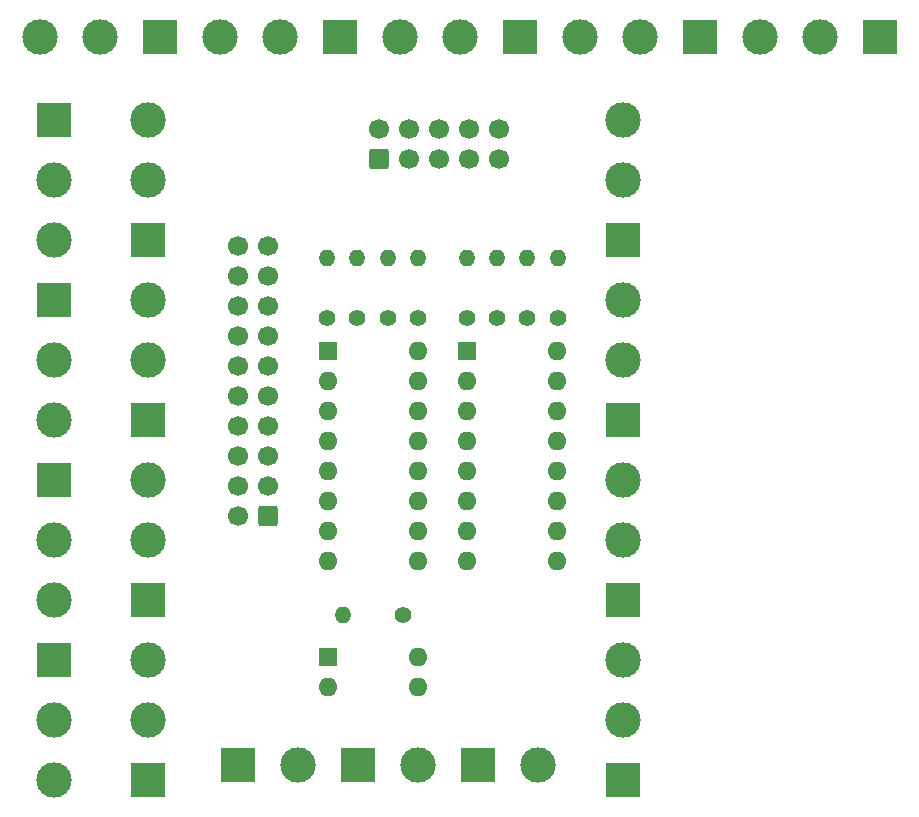
<source format=gbr>
%TF.GenerationSoftware,KiCad,Pcbnew,7.0.6-0*%
%TF.CreationDate,2023-07-29T14:48:15+08:00*%
%TF.ProjectId,Control Panel Motherboard,436f6e74-726f-46c2-9050-616e656c204d,0*%
%TF.SameCoordinates,Original*%
%TF.FileFunction,Soldermask,Bot*%
%TF.FilePolarity,Negative*%
%FSLAX46Y46*%
G04 Gerber Fmt 4.6, Leading zero omitted, Abs format (unit mm)*
G04 Created by KiCad (PCBNEW 7.0.6-0) date 2023-07-29 14:48:15*
%MOMM*%
%LPD*%
G01*
G04 APERTURE LIST*
G04 Aperture macros list*
%AMRoundRect*
0 Rectangle with rounded corners*
0 $1 Rounding radius*
0 $2 $3 $4 $5 $6 $7 $8 $9 X,Y pos of 4 corners*
0 Add a 4 corners polygon primitive as box body*
4,1,4,$2,$3,$4,$5,$6,$7,$8,$9,$2,$3,0*
0 Add four circle primitives for the rounded corners*
1,1,$1+$1,$2,$3*
1,1,$1+$1,$4,$5*
1,1,$1+$1,$6,$7*
1,1,$1+$1,$8,$9*
0 Add four rect primitives between the rounded corners*
20,1,$1+$1,$2,$3,$4,$5,0*
20,1,$1+$1,$4,$5,$6,$7,0*
20,1,$1+$1,$6,$7,$8,$9,0*
20,1,$1+$1,$8,$9,$2,$3,0*%
G04 Aperture macros list end*
%ADD10R,1.600000X1.600000*%
%ADD11O,1.600000X1.600000*%
%ADD12C,1.400000*%
%ADD13O,1.400000X1.400000*%
%ADD14R,3.000000X3.000000*%
%ADD15C,3.000000*%
%ADD16RoundRect,0.250000X0.600000X-0.600000X0.600000X0.600000X-0.600000X0.600000X-0.600000X-0.600000X0*%
%ADD17C,1.700000*%
%ADD18RoundRect,0.250000X0.600000X0.600000X-0.600000X0.600000X-0.600000X-0.600000X0.600000X-0.600000X0*%
G04 APERTURE END LIST*
D10*
%TO.C,U4*%
X28702000Y-56891000D03*
D11*
X28702000Y-59431000D03*
X36322000Y-59431000D03*
X36322000Y-56891000D03*
%TD*%
D12*
%TO.C,R9*%
X35052000Y-53340000D03*
D13*
X29972000Y-53340000D03*
%TD*%
D14*
%TO.C,J23*%
X31242000Y-66040000D03*
D15*
X36322000Y-66040000D03*
%TD*%
D14*
%TO.C,J5*%
X21082000Y-66040000D03*
D15*
X26162000Y-66040000D03*
%TD*%
D14*
%TO.C,J16*%
X75438000Y-4445000D03*
D15*
X70358000Y-4445000D03*
X65278000Y-4445000D03*
%TD*%
D12*
%TO.C,R8*%
X28652000Y-28194000D03*
D13*
X28652000Y-23114000D03*
%TD*%
D16*
%TO.C,J21*%
X33020000Y-14732000D03*
D17*
X33020000Y-12192000D03*
X35560000Y-14732000D03*
X35560000Y-12192000D03*
X38100000Y-14732000D03*
X38100000Y-12192000D03*
X40640000Y-14732000D03*
X40640000Y-12192000D03*
X43180000Y-14732000D03*
X43180000Y-12192000D03*
%TD*%
D14*
%TO.C,J2*%
X5548858Y-26669234D03*
D15*
X5548858Y-31749234D03*
X5548858Y-36829234D03*
%TD*%
D14*
%TO.C,J8*%
X13462000Y-52070000D03*
D15*
X13462000Y-46990000D03*
X13462000Y-41910000D03*
%TD*%
D12*
%TO.C,R2*%
X45617332Y-28194000D03*
D13*
X45617332Y-23114000D03*
%TD*%
D10*
%TO.C,U1*%
X40534000Y-31003000D03*
D11*
X40534000Y-33543000D03*
X40534000Y-36083000D03*
X40534000Y-38623000D03*
X40534000Y-41163000D03*
X40534000Y-43703000D03*
X40534000Y-46243000D03*
X40534000Y-48783000D03*
X48154000Y-48783000D03*
X48154000Y-46243000D03*
X48154000Y-43703000D03*
X48154000Y-41163000D03*
X48154000Y-38623000D03*
X48154000Y-36083000D03*
X48154000Y-33543000D03*
X48154000Y-31003000D03*
%TD*%
D18*
%TO.C,J11*%
X23622000Y-44958000D03*
D17*
X21082000Y-44958000D03*
X23622000Y-42418000D03*
X21082000Y-42418000D03*
X23622000Y-39878000D03*
X21082000Y-39878000D03*
X23622000Y-37338000D03*
X21082000Y-37338000D03*
X23622000Y-34798000D03*
X21082000Y-34798000D03*
X23622000Y-32258000D03*
X21082000Y-32258000D03*
X23622000Y-29718000D03*
X21082000Y-29718000D03*
X23622000Y-27178000D03*
X21082000Y-27178000D03*
X23622000Y-24638000D03*
X21082000Y-24638000D03*
X23622000Y-22098000D03*
X21082000Y-22098000D03*
%TD*%
D14*
%TO.C,J9*%
X13462000Y-67310000D03*
D15*
X13462000Y-62230000D03*
X13462000Y-57150000D03*
%TD*%
D14*
%TO.C,J7*%
X13462000Y-36830000D03*
D15*
X13462000Y-31750000D03*
X13462000Y-26670000D03*
%TD*%
D14*
%TO.C,J1*%
X5548858Y-11429234D03*
D15*
X5548858Y-16509234D03*
X5548858Y-21589234D03*
%TD*%
D14*
%TO.C,J4*%
X5548858Y-57149234D03*
D15*
X5548858Y-62229234D03*
X5548858Y-67309234D03*
%TD*%
D12*
%TO.C,R4*%
X40484000Y-28194000D03*
D13*
X40484000Y-23114000D03*
%TD*%
D14*
%TO.C,J12*%
X14478000Y-4445000D03*
D15*
X9398000Y-4445000D03*
X4318000Y-4445000D03*
%TD*%
D14*
%TO.C,J15*%
X60198000Y-4445000D03*
D15*
X55118000Y-4445000D03*
X50038000Y-4445000D03*
%TD*%
D12*
%TO.C,R6*%
X33785332Y-28194000D03*
D13*
X33785332Y-23114000D03*
%TD*%
D14*
%TO.C,J17*%
X53732000Y-21590000D03*
D15*
X53732000Y-16510000D03*
X53732000Y-11430000D03*
%TD*%
D14*
%TO.C,J22*%
X41402000Y-66040000D03*
D15*
X46482000Y-66040000D03*
%TD*%
D14*
%TO.C,J13*%
X29718000Y-4445000D03*
D15*
X24638000Y-4445000D03*
X19558000Y-4445000D03*
%TD*%
D12*
%TO.C,R5*%
X36352000Y-28194000D03*
D13*
X36352000Y-23114000D03*
%TD*%
D14*
%TO.C,J20*%
X53732000Y-67310000D03*
D15*
X53732000Y-62230000D03*
X53732000Y-57150000D03*
%TD*%
D10*
%TO.C,U2*%
X28702000Y-31003000D03*
D11*
X28702000Y-33543000D03*
X28702000Y-36083000D03*
X28702000Y-38623000D03*
X28702000Y-41163000D03*
X28702000Y-43703000D03*
X28702000Y-46243000D03*
X28702000Y-48783000D03*
X36322000Y-48783000D03*
X36322000Y-46243000D03*
X36322000Y-43703000D03*
X36322000Y-41163000D03*
X36322000Y-38623000D03*
X36322000Y-36083000D03*
X36322000Y-33543000D03*
X36322000Y-31003000D03*
%TD*%
D12*
%TO.C,R7*%
X31218666Y-28194000D03*
D13*
X31218666Y-23114000D03*
%TD*%
D14*
%TO.C,J14*%
X44958000Y-4445000D03*
D15*
X39878000Y-4445000D03*
X34798000Y-4445000D03*
%TD*%
D14*
%TO.C,J3*%
X5548858Y-41909234D03*
D15*
X5548858Y-46989234D03*
X5548858Y-52069234D03*
%TD*%
D12*
%TO.C,R3*%
X43050666Y-28194000D03*
D13*
X43050666Y-23114000D03*
%TD*%
D14*
%TO.C,J19*%
X53732000Y-52070000D03*
D15*
X53732000Y-46990000D03*
X53732000Y-41910000D03*
%TD*%
D12*
%TO.C,R1*%
X48184000Y-28194000D03*
D13*
X48184000Y-23114000D03*
%TD*%
D14*
%TO.C,J18*%
X53732000Y-36830000D03*
D15*
X53732000Y-31750000D03*
X53732000Y-26670000D03*
%TD*%
D14*
%TO.C,J6*%
X13462000Y-21590000D03*
D15*
X13462000Y-16510000D03*
X13462000Y-11430000D03*
%TD*%
M02*

</source>
